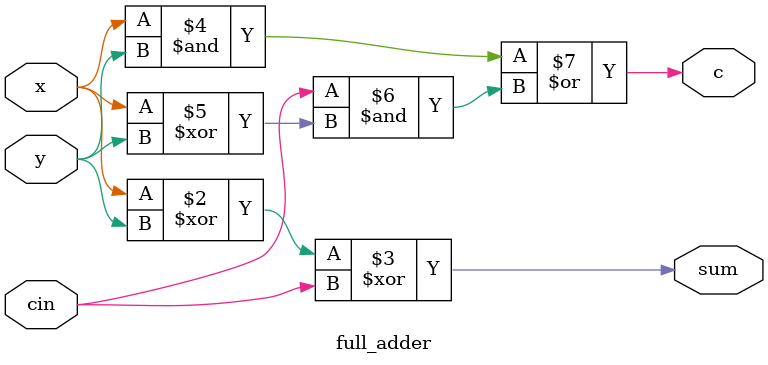
<source format=sv>
module top_module (
	input [3:0] x,
	input [3:0] y,
	output reg [4:0] sum
);

	// Declare internal signals
	wire [3:0] c;

	// Instantiate full adders
	full_adder FA0 (
		.x(x[0]),
		.y(y[0]),
		.cin(1'b0),
		.sum(sum[0]),
		.c(c[0])
	);
	full_adder FA1 (
		.x(x[1]),
		.y(y[1]),
		.cin(c[0]),
		.sum(sum[1]),
		.c(c[1])
	);
	full_adder FA2 (
		.x(x[2]),
		.y(y[2]),
		.cin(c[1]),
		.sum(sum[2]),
		.c(c[2])
	);
	full_adder FA3 (
		.x(x[3]),
		.y(y[3]),
		.cin(c[2]),
		.sum(sum[3]),
		.c(sum[4])
	);
	
endmodule
module full_adder (
	input x,
	input y,
	input cin,
	output reg sum,
	output reg c
);

	always @(x, y, cin)
	begin
		sum = x ^ y ^ cin;
		c = (x & y) | (cin & (x ^ y));
	end

endmodule

</source>
